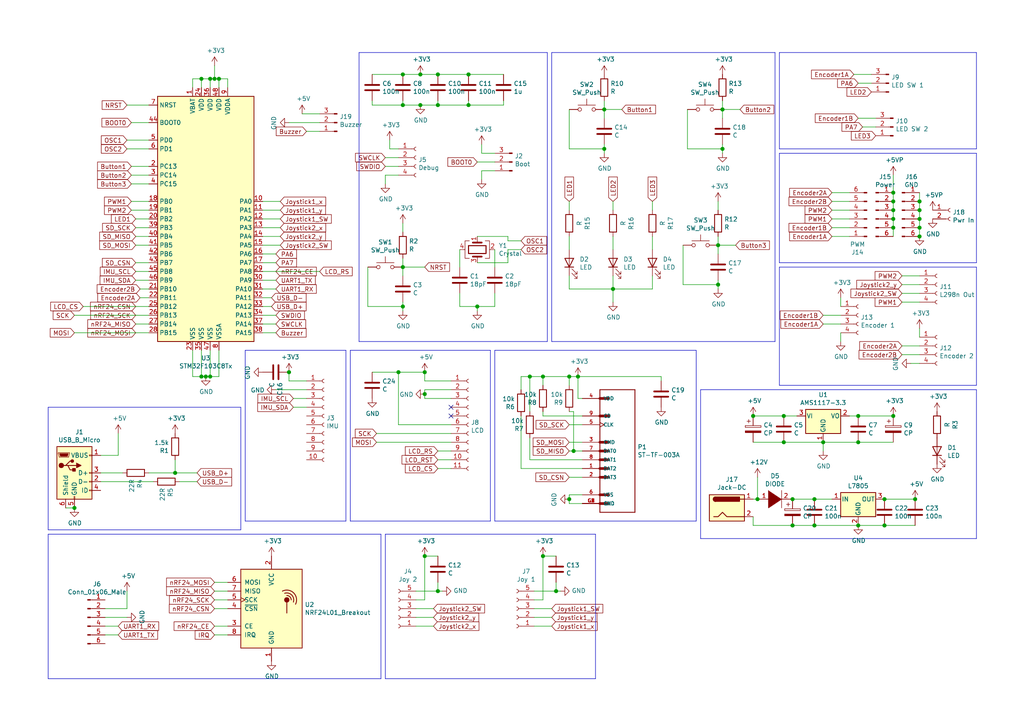
<source format=kicad_sch>
(kicad_sch (version 20200828) (generator eeschema)
  (page 1 1)
  (paper "A4")
  (junction (at 21.59 147.32) (diameter 1.016))
  (junction (at 50.8 137.16) (diameter 1.016))
  (junction (at 58.42 22.86) (diameter 1.016))
  (junction (at 58.42 109.22) (diameter 1.016))
  (junction (at 59.69 109.22) (diameter 1.016))
  (junction (at 60.96 22.86) (diameter 1.016))
  (junction (at 60.96 109.22) (diameter 1.016))
  (junction (at 62.23 22.86) (diameter 1.016))
  (junction (at 63.5 22.86) (diameter 1.016))
  (junction (at 83.82 107.95) (diameter 1.016))
  (junction (at 115.57 107.95) (diameter 1.016))
  (junction (at 116.84 21.59) (diameter 1.016))
  (junction (at 116.84 30.48) (diameter 1.016))
  (junction (at 116.84 77.47) (diameter 1.016))
  (junction (at 116.84 88.9) (diameter 1.016))
  (junction (at 121.92 21.59) (diameter 1.016))
  (junction (at 121.92 30.48) (diameter 1.016))
  (junction (at 123.19 107.95) (diameter 1.016))
  (junction (at 123.19 114.3) (diameter 1.016))
  (junction (at 123.19 161.29) (diameter 1.016))
  (junction (at 127 21.59) (diameter 1.016))
  (junction (at 127 30.48) (diameter 1.016))
  (junction (at 127 171.45) (diameter 1.016))
  (junction (at 135.89 21.59) (diameter 1.016))
  (junction (at 135.89 30.48) (diameter 1.016))
  (junction (at 138.43 88.9) (diameter 1.016))
  (junction (at 153.67 109.22) (diameter 1.016))
  (junction (at 157.48 109.22) (diameter 1.016))
  (junction (at 157.48 161.29) (diameter 1.016))
  (junction (at 161.29 171.45) (diameter 1.016))
  (junction (at 165.1 109.22) (diameter 1.016))
  (junction (at 165.1 144.78) (diameter 1.016))
  (junction (at 166.37 130.81) (diameter 1.016))
  (junction (at 167.64 109.22) (diameter 1.016))
  (junction (at 175.26 31.75) (diameter 1.016))
  (junction (at 175.26 43.18) (diameter 1.016))
  (junction (at 177.8 83.82) (diameter 1.016))
  (junction (at 208.28 71.12) (diameter 1.016))
  (junction (at 208.28 82.55) (diameter 1.016))
  (junction (at 209.55 31.75) (diameter 1.016))
  (junction (at 209.55 43.18) (diameter 1.016))
  (junction (at 218.44 120.65) (diameter 1.016))
  (junction (at 219.71 144.78) (diameter 1.016))
  (junction (at 227.33 120.65) (diameter 1.016))
  (junction (at 227.33 128.27) (diameter 1.016))
  (junction (at 229.87 144.78) (diameter 1.016))
  (junction (at 229.87 152.4) (diameter 1.016))
  (junction (at 236.22 144.78) (diameter 1.016))
  (junction (at 236.22 152.4) (diameter 1.016))
  (junction (at 238.76 128.27) (diameter 1.016))
  (junction (at 248.92 120.65) (diameter 1.016))
  (junction (at 248.92 128.27) (diameter 1.016))
  (junction (at 248.92 152.4) (diameter 1.016))
  (junction (at 256.54 144.78) (diameter 1.016))
  (junction (at 256.54 152.4) (diameter 1.016))
  (junction (at 259.08 55.88) (diameter 1.016))
  (junction (at 259.08 58.42) (diameter 1.016))
  (junction (at 259.08 60.96) (diameter 1.016))
  (junction (at 259.08 63.5) (diameter 1.016))
  (junction (at 259.08 66.04) (diameter 1.016))
  (junction (at 259.08 120.65) (diameter 1.016))
  (junction (at 265.43 144.78) (diameter 1.016))
  (junction (at 266.7 58.42) (diameter 1.016))
  (junction (at 266.7 60.96) (diameter 1.016))
  (junction (at 266.7 63.5) (diameter 1.016))
  (junction (at 266.7 66.04) (diameter 1.016))
  (junction (at 266.7 68.58) (diameter 1.016))
  (no_connect (at 130.81 120.65))
  (no_connect (at 130.81 118.11))
  (wire (pts (xy 19.05 147.32) (xy 21.59 147.32)))
  (wire (pts (xy 21.59 91.44) (xy 43.18 91.44)))
  (wire (pts (xy 21.59 96.52) (xy 43.18 96.52)))
  (wire (pts (xy 29.21 132.08) (xy 34.29 132.08)))
  (wire (pts (xy 29.21 137.16) (xy 35.56 137.16)))
  (wire (pts (xy 29.21 139.7) (xy 44.45 139.7)))
  (wire (pts (xy 30.48 176.53) (xy 36.83 176.53)))
  (wire (pts (xy 30.48 179.07) (xy 36.83 179.07)))
  (wire (pts (xy 30.48 184.15) (xy 34.29 184.15)))
  (wire (pts (xy 34.29 125.73) (xy 34.29 132.08)))
  (wire (pts (xy 34.29 181.61) (xy 30.48 181.61)))
  (wire (pts (xy 36.83 43.18) (xy 43.18 43.18)))
  (wire (pts (xy 36.83 176.53) (xy 36.83 171.45)))
  (wire (pts (xy 38.1 48.26) (xy 43.18 48.26)))
  (wire (pts (xy 38.1 60.96) (xy 43.18 60.96)))
  (wire (pts (xy 39.37 63.5) (xy 43.18 63.5)))
  (wire (pts (xy 39.37 68.58) (xy 43.18 68.58)))
  (wire (pts (xy 39.37 71.12) (xy 43.18 71.12)))
  (wire (pts (xy 39.37 76.2) (xy 43.18 76.2)))
  (wire (pts (xy 39.37 78.74) (xy 43.18 78.74)))
  (wire (pts (xy 39.37 81.28) (xy 43.18 81.28)))
  (wire (pts (xy 39.37 93.98) (xy 43.18 93.98)))
  (wire (pts (xy 40.64 83.82) (xy 43.18 83.82)))
  (wire (pts (xy 43.18 30.48) (xy 36.83 30.48)))
  (wire (pts (xy 43.18 35.56) (xy 38.1 35.56)))
  (wire (pts (xy 43.18 40.64) (xy 36.83 40.64)))
  (wire (pts (xy 43.18 50.8) (xy 38.1 50.8)))
  (wire (pts (xy 43.18 53.34) (xy 38.1 53.34)))
  (wire (pts (xy 43.18 58.42) (xy 38.1 58.42)))
  (wire (pts (xy 43.18 66.04) (xy 39.37 66.04)))
  (wire (pts (xy 43.18 86.36) (xy 40.64 86.36)))
  (wire (pts (xy 43.18 88.9) (xy 24.13 88.9)))
  (wire (pts (xy 43.18 137.16) (xy 50.8 137.16)))
  (wire (pts (xy 50.8 137.16) (xy 50.8 133.35)))
  (wire (pts (xy 50.8 137.16) (xy 57.15 137.16)))
  (wire (pts (xy 52.07 139.7) (xy 57.15 139.7)))
  (wire (pts (xy 55.88 22.86) (xy 58.42 22.86)))
  (wire (pts (xy 55.88 25.4) (xy 55.88 22.86)))
  (wire (pts (xy 55.88 101.6) (xy 55.88 109.22)))
  (wire (pts (xy 55.88 109.22) (xy 58.42 109.22)))
  (wire (pts (xy 58.42 22.86) (xy 60.96 22.86)))
  (wire (pts (xy 58.42 25.4) (xy 58.42 22.86)))
  (wire (pts (xy 58.42 101.6) (xy 58.42 109.22)))
  (wire (pts (xy 58.42 109.22) (xy 59.69 109.22)))
  (wire (pts (xy 59.69 109.22) (xy 60.96 109.22)))
  (wire (pts (xy 60.96 22.86) (xy 62.23 22.86)))
  (wire (pts (xy 60.96 25.4) (xy 60.96 22.86)))
  (wire (pts (xy 60.96 101.6) (xy 60.96 109.22)))
  (wire (pts (xy 60.96 109.22) (xy 63.5 109.22)))
  (wire (pts (xy 62.23 19.05) (xy 62.23 22.86)))
  (wire (pts (xy 62.23 22.86) (xy 63.5 22.86)))
  (wire (pts (xy 62.23 168.91) (xy 66.04 168.91)))
  (wire (pts (xy 62.23 171.45) (xy 66.04 171.45)))
  (wire (pts (xy 62.23 176.53) (xy 66.04 176.53)))
  (wire (pts (xy 62.23 181.61) (xy 66.04 181.61)))
  (wire (pts (xy 62.23 184.15) (xy 66.04 184.15)))
  (wire (pts (xy 63.5 22.86) (xy 66.04 22.86)))
  (wire (pts (xy 63.5 25.4) (xy 63.5 22.86)))
  (wire (pts (xy 63.5 109.22) (xy 63.5 101.6)))
  (wire (pts (xy 66.04 22.86) (xy 66.04 25.4)))
  (wire (pts (xy 66.04 173.99) (xy 62.23 173.99)))
  (wire (pts (xy 76.2 58.42) (xy 81.28 58.42)))
  (wire (pts (xy 76.2 60.96) (xy 81.28 60.96)))
  (wire (pts (xy 76.2 68.58) (xy 81.28 68.58)))
  (wire (pts (xy 76.2 73.66) (xy 80.01 73.66)))
  (wire (pts (xy 76.2 78.74) (xy 92.71 78.74)))
  (wire (pts (xy 76.2 83.82) (xy 80.01 83.82)))
  (wire (pts (xy 76.2 86.36) (xy 78.74 86.36)))
  (wire (pts (xy 76.2 88.9) (xy 78.74 88.9)))
  (wire (pts (xy 76.2 91.44) (xy 80.01 91.44)))
  (wire (pts (xy 76.2 96.52) (xy 80.01 96.52)))
  (wire (pts (xy 80.01 76.2) (xy 76.2 76.2)))
  (wire (pts (xy 80.01 81.28) (xy 76.2 81.28)))
  (wire (pts (xy 80.01 93.98) (xy 76.2 93.98)))
  (wire (pts (xy 81.28 63.5) (xy 76.2 63.5)))
  (wire (pts (xy 81.28 66.04) (xy 76.2 66.04)))
  (wire (pts (xy 81.28 71.12) (xy 76.2 71.12)))
  (wire (pts (xy 83.82 35.56) (xy 92.71 35.56)))
  (wire (pts (xy 83.82 107.95) (xy 83.82 110.49)))
  (wire (pts (xy 83.82 110.49) (xy 88.9 110.49)))
  (wire (pts (xy 85.09 115.57) (xy 88.9 115.57)))
  (wire (pts (xy 85.09 118.11) (xy 88.9 118.11)))
  (wire (pts (xy 88.9 113.03) (xy 80.01 113.03)))
  (wire (pts (xy 92.71 33.02) (xy 87.63 33.02)))
  (wire (pts (xy 92.71 38.1) (xy 88.9 38.1)))
  (wire (pts (xy 106.68 77.47) (xy 106.68 88.9)))
  (wire (pts (xy 106.68 88.9) (xy 116.84 88.9)))
  (wire (pts (xy 107.95 21.59) (xy 116.84 21.59)))
  (wire (pts (xy 107.95 29.21) (xy 107.95 30.48)))
  (wire (pts (xy 107.95 30.48) (xy 116.84 30.48)))
  (wire (pts (xy 107.95 107.95) (xy 115.57 107.95)))
  (wire (pts (xy 109.22 125.73) (xy 130.81 125.73)))
  (wire (pts (xy 109.22 128.27) (xy 130.81 128.27)))
  (wire (pts (xy 111.76 45.72) (xy 115.57 45.72)))
  (wire (pts (xy 111.76 50.8) (xy 111.76 53.34)))
  (wire (pts (xy 113.03 40.64) (xy 113.03 43.18)))
  (wire (pts (xy 113.03 43.18) (xy 115.57 43.18)))
  (wire (pts (xy 115.57 48.26) (xy 111.76 48.26)))
  (wire (pts (xy 115.57 50.8) (xy 111.76 50.8)))
  (wire (pts (xy 115.57 107.95) (xy 123.19 107.95)))
  (wire (pts (xy 115.57 123.19) (xy 115.57 107.95)))
  (wire (pts (xy 116.84 21.59) (xy 121.92 21.59)))
  (wire (pts (xy 116.84 29.21) (xy 116.84 30.48)))
  (wire (pts (xy 116.84 30.48) (xy 121.92 30.48)))
  (wire (pts (xy 116.84 64.77) (xy 116.84 67.31)))
  (wire (pts (xy 116.84 77.47) (xy 116.84 74.93)))
  (wire (pts (xy 116.84 77.47) (xy 123.19 77.47)))
  (wire (pts (xy 116.84 80.01) (xy 116.84 77.47)))
  (wire (pts (xy 116.84 87.63) (xy 116.84 88.9)))
  (wire (pts (xy 116.84 88.9) (xy 116.84 90.17)))
  (wire (pts (xy 120.65 173.99) (xy 123.19 173.99)))
  (wire (pts (xy 120.65 179.07) (xy 125.73 179.07)))
  (wire (pts (xy 121.92 21.59) (xy 127 21.59)))
  (wire (pts (xy 121.92 30.48) (xy 127 30.48)))
  (wire (pts (xy 123.19 107.95) (xy 123.19 110.49)))
  (wire (pts (xy 123.19 110.49) (xy 130.81 110.49)))
  (wire (pts (xy 123.19 113.03) (xy 130.81 113.03)))
  (wire (pts (xy 123.19 114.3) (xy 123.19 113.03)))
  (wire (pts (xy 123.19 115.57) (xy 123.19 114.3)))
  (wire (pts (xy 123.19 161.29) (xy 127 161.29)))
  (wire (pts (xy 123.19 173.99) (xy 123.19 161.29)))
  (wire (pts (xy 125.73 176.53) (xy 120.65 176.53)))
  (wire (pts (xy 125.73 181.61) (xy 120.65 181.61)))
  (wire (pts (xy 127 21.59) (xy 135.89 21.59)))
  (wire (pts (xy 127 29.21) (xy 127 30.48)))
  (wire (pts (xy 127 30.48) (xy 135.89 30.48)))
  (wire (pts (xy 127 130.81) (xy 130.81 130.81)))
  (wire (pts (xy 127 135.89) (xy 130.81 135.89)))
  (wire (pts (xy 127 168.91) (xy 127 171.45)))
  (wire (pts (xy 127 171.45) (xy 120.65 171.45)))
  (wire (pts (xy 128.27 171.45) (xy 127 171.45)))
  (wire (pts (xy 130.81 115.57) (xy 123.19 115.57)))
  (wire (pts (xy 130.81 123.19) (xy 115.57 123.19)))
  (wire (pts (xy 130.81 133.35) (xy 127 133.35)))
  (wire (pts (xy 133.35 72.39) (xy 133.35 77.47)))
  (wire (pts (xy 133.35 85.09) (xy 133.35 88.9)))
  (wire (pts (xy 133.35 88.9) (xy 138.43 88.9)))
  (wire (pts (xy 135.89 21.59) (xy 146.05 21.59)))
  (wire (pts (xy 135.89 29.21) (xy 135.89 30.48)))
  (wire (pts (xy 138.43 68.58) (xy 147.32 68.58)))
  (wire (pts (xy 138.43 76.2) (xy 147.32 76.2)))
  (wire (pts (xy 138.43 88.9) (xy 143.51 88.9)))
  (wire (pts (xy 138.43 90.17) (xy 138.43 88.9)))
  (wire (pts (xy 139.7 44.45) (xy 139.7 41.91)))
  (wire (pts (xy 139.7 49.53) (xy 143.51 49.53)))
  (wire (pts (xy 139.7 52.07) (xy 139.7 49.53)))
  (wire (pts (xy 143.51 44.45) (xy 139.7 44.45)))
  (wire (pts (xy 143.51 46.99) (xy 138.43 46.99)))
  (wire (pts (xy 143.51 77.47) (xy 143.51 72.39)))
  (wire (pts (xy 143.51 88.9) (xy 143.51 85.09)))
  (wire (pts (xy 146.05 29.21) (xy 146.05 30.48)))
  (wire (pts (xy 146.05 30.48) (xy 135.89 30.48)))
  (wire (pts (xy 147.32 68.58) (xy 147.32 69.85)))
  (wire (pts (xy 147.32 69.85) (xy 151.13 69.85)))
  (wire (pts (xy 147.32 72.39) (xy 151.13 72.39)))
  (wire (pts (xy 147.32 76.2) (xy 147.32 72.39)))
  (wire (pts (xy 151.13 109.22) (xy 153.67 109.22)))
  (wire (pts (xy 151.13 113.03) (xy 151.13 109.22)))
  (wire (pts (xy 151.13 120.65) (xy 151.13 135.89)))
  (wire (pts (xy 153.67 109.22) (xy 157.48 109.22)))
  (wire (pts (xy 153.67 119.38) (xy 153.67 109.22)))
  (wire (pts (xy 153.67 133.35) (xy 153.67 127)))
  (wire (pts (xy 153.67 133.35) (xy 168.91 133.35)))
  (wire (pts (xy 154.94 173.99) (xy 157.48 173.99)))
  (wire (pts (xy 154.94 179.07) (xy 160.02 179.07)))
  (wire (pts (xy 154.94 181.61) (xy 160.02 181.61)))
  (wire (pts (xy 157.48 109.22) (xy 165.1 109.22)))
  (wire (pts (xy 157.48 111.76) (xy 157.48 109.22)))
  (wire (pts (xy 157.48 120.65) (xy 157.48 119.38)))
  (wire (pts (xy 157.48 161.29) (xy 161.29 161.29)))
  (wire (pts (xy 157.48 173.99) (xy 157.48 161.29)))
  (wire (pts (xy 160.02 176.53) (xy 154.94 176.53)))
  (wire (pts (xy 161.29 168.91) (xy 161.29 171.45)))
  (wire (pts (xy 161.29 171.45) (xy 154.94 171.45)))
  (wire (pts (xy 162.56 171.45) (xy 161.29 171.45)))
  (wire (pts (xy 165.1 31.75) (xy 165.1 43.18)))
  (wire (pts (xy 165.1 43.18) (xy 175.26 43.18)))
  (wire (pts (xy 165.1 60.96) (xy 165.1 58.42)))
  (wire (pts (xy 165.1 72.39) (xy 165.1 68.58)))
  (wire (pts (xy 165.1 80.01) (xy 165.1 83.82)))
  (wire (pts (xy 165.1 83.82) (xy 177.8 83.82)))
  (wire (pts (xy 165.1 109.22) (xy 167.64 109.22)))
  (wire (pts (xy 165.1 111.76) (xy 165.1 109.22)))
  (wire (pts (xy 165.1 128.27) (xy 168.91 128.27)))
  (wire (pts (xy 165.1 130.81) (xy 166.37 130.81)))
  (wire (pts (xy 165.1 138.43) (xy 168.91 138.43)))
  (wire (pts (xy 165.1 143.51) (xy 165.1 144.78)))
  (wire (pts (xy 165.1 144.78) (xy 165.1 146.05)))
  (wire (pts (xy 165.1 146.05) (xy 168.91 146.05)))
  (wire (pts (xy 166.37 119.38) (xy 165.1 119.38)))
  (wire (pts (xy 166.37 130.81) (xy 166.37 119.38)))
  (wire (pts (xy 166.37 130.81) (xy 168.91 130.81)))
  (wire (pts (xy 167.64 109.22) (xy 167.64 115.57)))
  (wire (pts (xy 167.64 109.22) (xy 191.77 109.22)))
  (wire (pts (xy 168.91 115.57) (xy 167.64 115.57)))
  (wire (pts (xy 168.91 120.65) (xy 157.48 120.65)))
  (wire (pts (xy 168.91 123.19) (xy 165.1 123.19)))
  (wire (pts (xy 168.91 135.89) (xy 151.13 135.89)))
  (wire (pts (xy 168.91 143.51) (xy 165.1 143.51)))
  (wire (pts (xy 175.26 31.75) (xy 175.26 29.21)))
  (wire (pts (xy 175.26 34.29) (xy 175.26 31.75)))
  (wire (pts (xy 175.26 41.91) (xy 175.26 43.18)))
  (wire (pts (xy 175.26 43.18) (xy 175.26 44.45)))
  (wire (pts (xy 177.8 60.96) (xy 177.8 58.42)))
  (wire (pts (xy 177.8 72.39) (xy 177.8 68.58)))
  (wire (pts (xy 177.8 80.01) (xy 177.8 83.82)))
  (wire (pts (xy 177.8 83.82) (xy 177.8 87.63)))
  (wire (pts (xy 177.8 83.82) (xy 189.23 83.82)))
  (wire (pts (xy 180.34 31.75) (xy 175.26 31.75)))
  (wire (pts (xy 189.23 60.96) (xy 189.23 58.42)))
  (wire (pts (xy 189.23 72.39) (xy 189.23 68.58)))
  (wire (pts (xy 189.23 83.82) (xy 189.23 80.01)))
  (wire (pts (xy 191.77 109.22) (xy 191.77 110.49)))
  (wire (pts (xy 198.12 71.12) (xy 198.12 82.55)))
  (wire (pts (xy 198.12 82.55) (xy 208.28 82.55)))
  (wire (pts (xy 199.39 31.75) (xy 199.39 43.18)))
  (wire (pts (xy 199.39 43.18) (xy 209.55 43.18)))
  (wire (pts (xy 208.28 58.42) (xy 208.28 60.96)))
  (wire (pts (xy 208.28 71.12) (xy 208.28 68.58)))
  (wire (pts (xy 208.28 71.12) (xy 213.36 71.12)))
  (wire (pts (xy 208.28 73.66) (xy 208.28 71.12)))
  (wire (pts (xy 208.28 81.28) (xy 208.28 82.55)))
  (wire (pts (xy 208.28 82.55) (xy 208.28 83.82)))
  (wire (pts (xy 209.55 31.75) (xy 209.55 29.21)))
  (wire (pts (xy 209.55 31.75) (xy 214.63 31.75)))
  (wire (pts (xy 209.55 34.29) (xy 209.55 31.75)))
  (wire (pts (xy 209.55 41.91) (xy 209.55 43.18)))
  (wire (pts (xy 209.55 43.18) (xy 209.55 44.45)))
  (wire (pts (xy 218.44 120.65) (xy 227.33 120.65)))
  (wire (pts (xy 218.44 144.78) (xy 219.71 144.78)))
  (wire (pts (xy 218.44 149.86) (xy 218.44 152.4)))
  (wire (pts (xy 218.44 152.4) (xy 229.87 152.4)))
  (wire (pts (xy 219.71 144.78) (xy 219.71 138.43)))
  (wire (pts (xy 227.33 128.27) (xy 218.44 128.27)))
  (wire (pts (xy 227.33 128.27) (xy 238.76 128.27)))
  (wire (pts (xy 229.87 144.78) (xy 236.22 144.78)))
  (wire (pts (xy 229.87 152.4) (xy 236.22 152.4)))
  (wire (pts (xy 231.14 120.65) (xy 227.33 120.65)))
  (wire (pts (xy 236.22 144.78) (xy 241.3 144.78)))
  (wire (pts (xy 236.22 152.4) (xy 248.92 152.4)))
  (wire (pts (xy 238.76 128.27) (xy 238.76 130.81)))
  (wire (pts (xy 238.76 128.27) (xy 248.92 128.27)))
  (wire (pts (xy 241.3 60.96) (xy 246.38 60.96)))
  (wire (pts (xy 243.84 88.9) (xy 243.84 86.36)))
  (wire (pts (xy 243.84 91.44) (xy 238.76 91.44)))
  (wire (pts (xy 243.84 93.98) (xy 238.76 93.98)))
  (wire (pts (xy 243.84 96.52) (xy 243.84 99.06)))
  (wire (pts (xy 246.38 55.88) (xy 241.3 55.88)))
  (wire (pts (xy 246.38 58.42) (xy 241.3 58.42)))
  (wire (pts (xy 246.38 63.5) (xy 241.3 63.5)))
  (wire (pts (xy 246.38 66.04) (xy 241.3 66.04)))
  (wire (pts (xy 246.38 68.58) (xy 241.3 68.58)))
  (wire (pts (xy 248.92 24.13) (xy 252.73 24.13)))
  (wire (pts (xy 248.92 120.65) (xy 246.38 120.65)))
  (wire (pts (xy 248.92 120.65) (xy 259.08 120.65)))
  (wire (pts (xy 248.92 152.4) (xy 256.54 152.4)))
  (wire (pts (xy 252.73 21.59) (xy 247.65 21.59)))
  (wire (pts (xy 254 34.29) (xy 248.92 34.29)))
  (wire (pts (xy 254 36.83) (xy 250.19 36.83)))
  (wire (pts (xy 256.54 144.78) (xy 265.43 144.78)))
  (wire (pts (xy 256.54 152.4) (xy 265.43 152.4)))
  (wire (pts (xy 259.08 55.88) (xy 259.08 50.8)))
  (wire (pts (xy 259.08 58.42) (xy 259.08 55.88)))
  (wire (pts (xy 259.08 60.96) (xy 259.08 58.42)))
  (wire (pts (xy 259.08 63.5) (xy 259.08 60.96)))
  (wire (pts (xy 259.08 66.04) (xy 259.08 63.5)))
  (wire (pts (xy 259.08 68.58) (xy 259.08 66.04)))
  (wire (pts (xy 259.08 128.27) (xy 248.92 128.27)))
  (wire (pts (xy 261.62 80.01) (xy 266.7 80.01)))
  (wire (pts (xy 261.62 85.09) (xy 266.7 85.09)))
  (wire (pts (xy 264.16 105.41) (xy 266.7 105.41)))
  (wire (pts (xy 266.7 55.88) (xy 266.7 58.42)))
  (wire (pts (xy 266.7 58.42) (xy 266.7 60.96)))
  (wire (pts (xy 266.7 60.96) (xy 266.7 63.5)))
  (wire (pts (xy 266.7 63.5) (xy 266.7 66.04)))
  (wire (pts (xy 266.7 66.04) (xy 266.7 68.58)))
  (wire (pts (xy 266.7 82.55) (xy 261.62 82.55)))
  (wire (pts (xy 266.7 87.63) (xy 261.62 87.63)))
  (wire (pts (xy 266.7 97.79) (xy 266.7 95.25)))
  (wire (pts (xy 266.7 100.33) (xy 261.62 100.33)))
  (wire (pts (xy 266.7 102.87) (xy 261.62 102.87)))
  (polyline (pts (xy 13.97 118.11) (xy 69.85 118.11)) (stroke (width 0) (type solid)))
  (polyline (pts (xy 13.97 153.67) (xy 13.97 118.11)) (stroke (width 0) (type solid)))
  (polyline (pts (xy 13.97 154.94) (xy 13.97 196.85)) (stroke (width 0) (type solid)))
  (polyline (pts (xy 13.97 196.85) (xy 110.49 196.85)) (stroke (width 0) (type solid)))
  (polyline (pts (xy 69.85 118.11) (xy 69.85 153.67)) (stroke (width 0) (type solid)))
  (polyline (pts (xy 69.85 153.67) (xy 13.97 153.67)) (stroke (width 0) (type solid)))
  (polyline (pts (xy 71.12 101.6) (xy 100.33 101.6)) (stroke (width 0) (type solid)))
  (polyline (pts (xy 71.12 151.13) (xy 71.12 101.6)) (stroke (width 0) (type solid)))
  (polyline (pts (xy 100.33 101.6) (xy 100.33 151.13)) (stroke (width 0) (type solid)))
  (polyline (pts (xy 100.33 151.13) (xy 71.12 151.13)) (stroke (width 0) (type solid)))
  (polyline (pts (xy 101.6 101.6) (xy 142.24 101.6)) (stroke (width 0) (type solid)))
  (polyline (pts (xy 101.6 151.13) (xy 101.6 101.6)) (stroke (width 0) (type solid)))
  (polyline (pts (xy 104.14 99.06) (xy 104.14 15.24)) (stroke (width 0) (type solid)))
  (polyline (pts (xy 104.14 99.06) (xy 158.75 99.06)) (stroke (width 0) (type solid)))
  (polyline (pts (xy 110.49 154.94) (xy 13.97 154.94)) (stroke (width 0) (type solid)))
  (polyline (pts (xy 110.49 196.85) (xy 110.49 154.94)) (stroke (width 0) (type solid)))
  (polyline (pts (xy 111.76 154.94) (xy 111.76 196.85)) (stroke (width 0) (type solid)))
  (polyline (pts (xy 111.76 196.85) (xy 172.72 196.85)) (stroke (width 0) (type solid)))
  (polyline (pts (xy 142.24 101.6) (xy 142.24 151.13)) (stroke (width 0) (type solid)))
  (polyline (pts (xy 142.24 151.13) (xy 101.6 151.13)) (stroke (width 0) (type solid)))
  (polyline (pts (xy 143.51 101.6) (xy 201.93 101.6)) (stroke (width 0) (type solid)))
  (polyline (pts (xy 143.51 151.13) (xy 143.51 101.6)) (stroke (width 0) (type solid)))
  (polyline (pts (xy 158.75 15.24) (xy 104.14 15.24)) (stroke (width 0) (type solid)))
  (polyline (pts (xy 158.75 99.06) (xy 158.75 15.24)) (stroke (width 0) (type solid)))
  (polyline (pts (xy 160.02 15.24) (xy 160.02 99.06)) (stroke (width 0) (type solid)))
  (polyline (pts (xy 160.02 15.24) (xy 224.79 15.24)) (stroke (width 0) (type solid)))
  (polyline (pts (xy 160.02 99.06) (xy 224.79 99.06)) (stroke (width 0) (type solid)))
  (polyline (pts (xy 172.72 154.94) (xy 111.76 154.94)) (stroke (width 0) (type solid)))
  (polyline (pts (xy 172.72 196.85) (xy 172.72 154.94)) (stroke (width 0) (type solid)))
  (polyline (pts (xy 201.93 101.6) (xy 201.93 151.13)) (stroke (width 0) (type solid)))
  (polyline (pts (xy 201.93 151.13) (xy 143.51 151.13)) (stroke (width 0) (type solid)))
  (polyline (pts (xy 203.2 113.03) (xy 203.2 156.21)) (stroke (width 0) (type solid)))
  (polyline (pts (xy 203.2 156.21) (xy 283.21 156.21)) (stroke (width 0) (type solid)))
  (polyline (pts (xy 224.79 15.24) (xy 224.79 99.06)) (stroke (width 0) (type solid)))
  (polyline (pts (xy 226.06 15.24) (xy 226.06 43.18)) (stroke (width 0) (type solid)))
  (polyline (pts (xy 226.06 43.18) (xy 283.21 43.18)) (stroke (width 0) (type solid)))
  (polyline (pts (xy 226.06 44.45) (xy 226.06 76.2)) (stroke (width 0) (type solid)))
  (polyline (pts (xy 226.06 44.45) (xy 283.21 44.45)) (stroke (width 0) (type solid)))
  (polyline (pts (xy 226.06 77.47) (xy 283.21 77.47)) (stroke (width 0) (type solid)))
  (polyline (pts (xy 226.06 111.76) (xy 226.06 77.47)) (stroke (width 0) (type solid)))
  (polyline (pts (xy 283.21 15.24) (xy 226.06 15.24)) (stroke (width 0) (type solid)))
  (polyline (pts (xy 283.21 43.18) (xy 283.21 15.24)) (stroke (width 0) (type solid)))
  (polyline (pts (xy 283.21 44.45) (xy 283.21 76.2)) (stroke (width 0) (type solid)))
  (polyline (pts (xy 283.21 76.2) (xy 226.06 76.2)) (stroke (width 0) (type solid)))
  (polyline (pts (xy 283.21 77.47) (xy 283.21 111.76)) (stroke (width 0) (type solid)))
  (polyline (pts (xy 283.21 111.76) (xy 226.06 111.76)) (stroke (width 0) (type solid)))
  (polyline (pts (xy 283.21 113.03) (xy 203.2 113.03)) (stroke (width 0) (type solid)))
  (polyline (pts (xy 283.21 156.21) (xy 283.21 113.03)) (stroke (width 0) (type solid)))
  (global_label "SCK" (shape input) (at 21.59 91.44 180))
  (global_label "MOSI" (shape input) (at 21.59 96.52 180))
  (global_label "LCD_CS" (shape input) (at 24.13 88.9 180))
  (global_label "UART1_RX" (shape input) (at 34.29 181.61 0))
  (global_label "UART1_TX" (shape input) (at 34.29 184.15 0))
  (global_label "NRST" (shape input) (at 36.83 30.48 180))
  (global_label "OSC1" (shape input) (at 36.83 40.64 180))
  (global_label "OSC2" (shape input) (at 36.83 43.18 180))
  (global_label "BOOT0" (shape input) (at 38.1 35.56 180))
  (global_label "Button1" (shape input) (at 38.1 48.26 180))
  (global_label "Button2" (shape input) (at 38.1 50.8 180))
  (global_label "Button3" (shape input) (at 38.1 53.34 180))
  (global_label "PWM1" (shape input) (at 38.1 58.42 180))
  (global_label "PWM2" (shape input) (at 38.1 60.96 180))
  (global_label "LED1" (shape input) (at 39.37 63.5 180))
  (global_label "SD_SCK" (shape input) (at 39.37 66.04 180))
  (global_label "SD_MISO" (shape input) (at 39.37 68.58 180))
  (global_label "SD_MOSI" (shape input) (at 39.37 71.12 180))
  (global_label "SD_CSN" (shape input) (at 39.37 76.2 180))
  (global_label "IMU_SCL" (shape input) (at 39.37 78.74 180))
  (global_label "IMU_SDA" (shape input) (at 39.37 81.28 180))
  (global_label "nRF24_CSN" (shape input) (at 39.37 88.9 180))
  (global_label "nRF24_SCK" (shape input) (at 39.37 91.44 180))
  (global_label "nRF24_MISO" (shape input) (at 39.37 93.98 180))
  (global_label "nRF24_MOSI" (shape input) (at 39.37 96.52 180))
  (global_label "Encoder2B" (shape input) (at 40.64 83.82 180))
  (global_label "Encoder2A" (shape input) (at 40.64 86.36 180))
  (global_label "USB_D+" (shape input) (at 57.15 137.16 0))
  (global_label "USB_D-" (shape input) (at 57.15 139.7 0))
  (global_label "nRF24_MOSI" (shape input) (at 62.23 168.91 180))
  (global_label "nRF24_MISO" (shape input) (at 62.23 171.45 180))
  (global_label "nRF24_SCK" (shape input) (at 62.23 173.99 180))
  (global_label "nRF24_CSN" (shape input) (at 62.23 176.53 180))
  (global_label "nRF24_CE" (shape input) (at 62.23 181.61 180))
  (global_label "IRQ" (shape input) (at 62.23 184.15 180))
  (global_label "USB_D-" (shape input) (at 78.74 86.36 0))
  (global_label "USB_D+" (shape input) (at 78.74 88.9 0))
  (global_label "PA6" (shape input) (at 80.01 73.66 0))
  (global_label "PA7" (shape input) (at 80.01 76.2 0))
  (global_label "nRF24_CE" (shape input) (at 80.01 78.74 0))
  (global_label "UART1_TX" (shape input) (at 80.01 81.28 0))
  (global_label "UART1_RX" (shape input) (at 80.01 83.82 0))
  (global_label "SWDIO" (shape input) (at 80.01 91.44 0))
  (global_label "SWCLK" (shape input) (at 80.01 93.98 0))
  (global_label "Buzzer" (shape input) (at 80.01 96.52 0))
  (global_label "Joystick1_x" (shape input) (at 81.28 58.42 0))
  (global_label "Joystick1_y" (shape input) (at 81.28 60.96 0))
  (global_label "Joystick1_SW" (shape input) (at 81.28 63.5 0))
  (global_label "Joystick2_x" (shape input) (at 81.28 66.04 0))
  (global_label "Joystick2_y" (shape input) (at 81.28 68.58 0))
  (global_label "Joystick2_SW" (shape input) (at 81.28 71.12 0))
  (global_label "IMU_SCL" (shape input) (at 85.09 115.57 180))
  (global_label "IMU_SDA" (shape input) (at 85.09 118.11 180))
  (global_label "Buzzer" (shape input) (at 88.9 38.1 180))
  (global_label "LCD_RS" (shape input) (at 92.71 78.74 0))
  (global_label "SCK" (shape input) (at 109.22 125.73 180))
  (global_label "MOSI" (shape input) (at 109.22 128.27 180))
  (global_label "SWCLK" (shape input) (at 111.76 45.72 180))
  (global_label "SWDIO" (shape input) (at 111.76 48.26 180))
  (global_label "NRST" (shape input) (at 123.19 77.47 0))
  (global_label "Joystick2_SW" (shape input) (at 125.73 176.53 0))
  (global_label "Joystick2_y" (shape input) (at 125.73 179.07 0))
  (global_label "Joystick2_x" (shape input) (at 125.73 181.61 0))
  (global_label "LCD_RS" (shape input) (at 127 130.81 180))
  (global_label "LCD_RST" (shape input) (at 127 133.35 180))
  (global_label "LCD_CS" (shape input) (at 127 135.89 180))
  (global_label "BOOT0" (shape input) (at 138.43 46.99 180))
  (global_label "OSC1" (shape input) (at 151.13 69.85 0))
  (global_label "OSC2" (shape input) (at 151.13 72.39 0))
  (global_label "Joystick1_SW" (shape input) (at 160.02 176.53 0))
  (global_label "Joystick1_y" (shape input) (at 160.02 179.07 0))
  (global_label "Joystick1_x" (shape input) (at 160.02 181.61 0))
  (global_label "LED1" (shape input) (at 165.1 58.42 90))
  (global_label "SD_SCK" (shape input) (at 165.1 123.19 180))
  (global_label "SD_MOSI" (shape input) (at 165.1 128.27 180))
  (global_label "SD_MISO" (shape input) (at 165.1 130.81 180))
  (global_label "SD_CSN" (shape input) (at 165.1 138.43 180))
  (global_label "LED2" (shape input) (at 177.8 58.42 90))
  (global_label "Button1" (shape input) (at 180.34 31.75 0))
  (global_label "LED3" (shape input) (at 189.23 58.42 90))
  (global_label "Button3" (shape input) (at 213.36 71.12 0))
  (global_label "Button2" (shape input) (at 214.63 31.75 0))
  (global_label "Encoder1B" (shape input) (at 238.76 91.44 180))
  (global_label "Encoder1A" (shape input) (at 238.76 93.98 180))
  (global_label "Encoder2A" (shape input) (at 241.3 55.88 180))
  (global_label "Encoder2B" (shape input) (at 241.3 58.42 180))
  (global_label "PWM2" (shape input) (at 241.3 60.96 180))
  (global_label "PWM1" (shape input) (at 241.3 63.5 180))
  (global_label "Encoder1B" (shape input) (at 241.3 66.04 180))
  (global_label "Encoder1A" (shape input) (at 241.3 68.58 180))
  (global_label "Encoder1A" (shape input) (at 247.65 21.59 180))
  (global_label "PA6" (shape input) (at 248.92 24.13 180))
  (global_label "Encoder1B" (shape input) (at 248.92 34.29 180))
  (global_label "PA7" (shape input) (at 250.19 36.83 180))
  (global_label "LED2" (shape input) (at 252.73 26.67 180))
  (global_label "LED3" (shape input) (at 254 39.37 180))
  (global_label "PWM2" (shape input) (at 261.62 80.01 180))
  (global_label "Joystick2_y" (shape input) (at 261.62 82.55 180))
  (global_label "Joystick2_SW" (shape input) (at 261.62 85.09 180))
  (global_label "PWM1" (shape input) (at 261.62 87.63 180))
  (global_label "Encoder2A" (shape input) (at 261.62 100.33 180))
  (global_label "Encoder2B" (shape input) (at 261.62 102.87 180))
  (symbol (lib_id "power:+5V") (at 34.29 125.73 0) (unit 1)
    (property "Reference" "#PWR0111" (effects hide))
    (property "Value" "+5V" (at 34.671 121.3358 0))
  )
  (symbol (lib_id "power:+5V") (at 36.83 171.45 0) (unit 1)
    (property "Reference" "#PWR0139" (effects hide))
    (property "Value" "+5V" (at 37.211 167.0558 0))
  )
  (symbol (lib_id "power:+3.3V") (at 50.8 125.73 0) (unit 1)
    (property "Reference" "#PWR0124" (effects hide))
    (property "Value" "+3.3V" (at 51.181 121.3358 0))
  )
  (symbol (lib_id "power:+3.3V") (at 62.23 19.05 0) (unit 1)
    (property "Reference" "#PWR0109" (effects hide))
    (property "Value" "+3.3V" (at 62.611 14.6558 0))
  )
  (symbol (lib_id "power:+3.3V") (at 78.74 161.29 0) (unit 1)
    (property "Reference" "#PWR0101" (effects hide))
    (property "Value" "+3.3V" (at 79.121 156.8958 0))
  )
  (symbol (lib_id "power:+3.3V") (at 83.82 107.95 0) (unit 1)
    (property "Reference" "#PWR0128" (effects hide))
    (property "Value" "+3.3V" (at 84.201 103.5558 0))
  )
  (symbol (lib_id "power:+5V") (at 87.63 33.02 0) (unit 1)
    (property "Reference" "#PWR0127" (effects hide))
    (property "Value" "+5V" (at 88.011 28.6258 0))
  )
  (symbol (lib_id "power:+3.3V") (at 113.03 40.64 0) (unit 1)
    (property "Reference" "#PWR0137" (effects hide))
    (property "Value" "+3.3V" (at 113.411 36.2458 0))
  )
  (symbol (lib_id "power:+3.3V") (at 116.84 64.77 0) (unit 1)
    (property "Reference" "#PWR0133" (effects hide))
    (property "Value" "+3.3V" (at 117.221 60.3758 0))
  )
  (symbol (lib_id "power:+3.3V") (at 121.92 21.59 0) (unit 1)
    (property "Reference" "#PWR0131" (effects hide))
    (property "Value" "+3.3V" (at 122.301 17.1958 0))
  )
  (symbol (lib_id "power:+5V") (at 123.19 107.95 0) (unit 1)
    (property "Reference" "#PWR0108" (effects hide))
    (property "Value" "+5V" (at 123.571 103.5558 0))
  )
  (symbol (lib_id "power:+3.3V") (at 123.19 161.29 0) (unit 1)
    (property "Reference" "#PWR0105" (effects hide))
    (property "Value" "+3.3V" (at 123.571 156.8958 0))
  )
  (symbol (lib_id "power:+3.3V") (at 139.7 41.91 0) (unit 1)
    (property "Reference" "#PWR0136" (effects hide))
    (property "Value" "+3.3V" (at 140.081 37.5158 0))
  )
  (symbol (lib_id "power:+3.3V") (at 157.48 161.29 0) (unit 1)
    (property "Reference" "#PWR0107" (effects hide))
    (property "Value" "+3.3V" (at 157.861 156.8958 0))
  )
  (symbol (lib_id "power:+3.3V") (at 167.64 109.22 0) (unit 1)
    (property "Reference" "#PWR0141" (effects hide))
    (property "Value" "+3.3V" (at 168.021 104.8258 0))
  )
  (symbol (lib_id "power:+3.3V") (at 175.26 21.59 0) (unit 1)
    (property "Reference" "#PWR0120" (effects hide))
    (property "Value" "+3.3V" (at 175.641 17.1958 0))
  )
  (symbol (lib_id "power:+3.3V") (at 208.28 58.42 0) (unit 1)
    (property "Reference" "#PWR0125" (effects hide))
    (property "Value" "+3.3V" (at 208.661 54.0258 0))
  )
  (symbol (lib_id "power:+3.3V") (at 209.55 21.59 0) (unit 1)
    (property "Reference" "#PWR0122" (effects hide))
    (property "Value" "+3.3V" (at 209.931 17.1958 0))
  )
  (symbol (lib_id "power:+5V") (at 218.44 120.65 0) (unit 1)
    (property "Reference" "#PWR0116" (effects hide))
    (property "Value" "+5V" (at 218.821 116.2558 0))
  )
  (symbol (lib_id "power:+12V") (at 219.71 138.43 0) (unit 1)
    (property "Reference" "#PWR0152" (effects hide))
    (property "Value" "+12V" (at 220.091 134.0358 0))
  )
  (symbol (lib_id "power:+3.3V") (at 243.84 86.36 0) (unit 1)
    (property "Reference" "#PWR0144" (effects hide))
    (property "Value" "+3.3V" (at 244.221 81.9658 0))
  )
  (symbol (lib_id "power:+5VP") (at 259.08 50.8 0) (unit 1)
    (property "Reference" "#PWR0148" (effects hide))
    (property "Value" "+5VP" (at 259.461 46.4058 0))
  )
  (symbol (lib_id "power:+3.3V") (at 259.08 120.65 0) (unit 1)
    (property "Reference" "#PWR0117" (effects hide))
    (property "Value" "+3.3V" (at 259.461 116.2558 0))
  )
  (symbol (lib_id "power:+5V") (at 265.43 144.78 0) (unit 1)
    (property "Reference" "#PWR0151" (effects hide))
    (property "Value" "+5V" (at 265.811 140.3858 0))
  )
  (symbol (lib_id "power:+3.3V") (at 266.7 95.25 0) (unit 1)
    (property "Reference" "#PWR0143" (effects hide))
    (property "Value" "+3.3V" (at 267.081 90.8558 0))
  )
  (symbol (lib_id "power:+5VP") (at 270.51 60.96 0) (unit 1)
    (property "Reference" "#PWR0153" (effects hide))
    (property "Value" "+5VP" (at 270.891 56.5658 0))
  )
  (symbol (lib_id "power:+3.3V") (at 271.78 119.38 0) (unit 1)
    (property "Reference" "#PWR0114" (effects hide))
    (property "Value" "+3.3V" (at 272.161 114.9858 0))
  )
  (symbol (lib_id "power:GND") (at 21.59 147.32 0) (unit 1)
    (property "Reference" "#PWR0112" (effects hide))
    (property "Value" "GND" (at 21.717 151.7142 0))
  )
  (symbol (lib_id "power:GND") (at 36.83 179.07 90) (unit 1)
    (property "Reference" "#PWR0103" (effects hide))
    (property "Value" "GND" (at 41.2242 178.943 0))
  )
  (symbol (lib_id "power:GND") (at 59.69 109.22 0) (unit 1)
    (property "Reference" "#PWR0129" (effects hide))
    (property "Value" "GND" (at 59.817 113.6142 0))
  )
  (symbol (lib_id "power:GND") (at 76.2 107.95 270) (unit 1)
    (property "Reference" "#PWR0156" (effects hide))
    (property "Value" "GND" (at 71.8058 108.077 0))
  )
  (symbol (lib_id "power:GND") (at 78.74 191.77 0) (unit 1)
    (property "Reference" "#PWR0102" (effects hide))
    (property "Value" "GND" (at 78.867 196.1642 0))
  )
  (symbol (lib_id "power:GND") (at 80.01 113.03 270) (unit 1)
    (property "Reference" "#PWR0134" (effects hide))
    (property "Value" "GND" (at 76.7588 113.157 90) (effects (justify right)))
  )
  (symbol (lib_id "power:GND") (at 83.82 35.56 270) (unit 1)
    (property "Reference" "#PWR0126" (effects hide))
    (property "Value" "GND" (at 79.4258 35.687 0))
  )
  (symbol (lib_id "power:GND") (at 107.95 115.57 0) (unit 1)
    (property "Reference" "#PWR0155" (effects hide))
    (property "Value" "GND" (at 108.077 119.9642 0))
  )
  (symbol (lib_id "power:GND") (at 111.76 53.34 0) (unit 1)
    (property "Reference" "#PWR0138" (effects hide))
    (property "Value" "GND" (at 111.887 57.7342 0))
  )
  (symbol (lib_id "power:GND") (at 116.84 90.17 0) (unit 1)
    (property "Reference" "#PWR0132" (effects hide))
    (property "Value" "GND" (at 116.967 94.5642 0))
  )
  (symbol (lib_id "power:GND") (at 121.92 30.48 0) (unit 1)
    (property "Reference" "#PWR0130" (effects hide))
    (property "Value" "GND" (at 122.047 34.8742 0))
  )
  (symbol (lib_id "power:GND") (at 123.19 114.3 270) (unit 1)
    (property "Reference" "#PWR0118" (effects hide))
    (property "Value" "GND" (at 119.9388 114.427 90) (effects (justify right)))
  )
  (symbol (lib_id "power:GND") (at 128.27 171.45 90) (unit 1)
    (property "Reference" "#PWR0104" (effects hide))
    (property "Value" "GND" (at 131.5212 171.323 90) (effects (justify right)))
  )
  (symbol (lib_id "power:GND") (at 138.43 90.17 0) (unit 1)
    (property "Reference" "#PWR0110" (effects hide))
    (property "Value" "GND" (at 138.557 94.5642 0))
  )
  (symbol (lib_id "power:GND") (at 139.7 52.07 0) (unit 1)
    (property "Reference" "#PWR0135" (effects hide))
    (property "Value" "GND" (at 139.827 56.4642 0))
  )
  (symbol (lib_id "power:GND") (at 162.56 171.45 90) (unit 1)
    (property "Reference" "#PWR0106" (effects hide))
    (property "Value" "GND" (at 165.8112 171.323 90) (effects (justify right)))
  )
  (symbol (lib_id "power:GND") (at 165.1 144.78 270) (unit 1)
    (property "Reference" "#PWR0140" (effects hide))
    (property "Value" "GND" (at 160.7058 144.907 0))
  )
  (symbol (lib_id "power:GND") (at 175.26 44.45 0) (unit 1)
    (property "Reference" "#PWR0119" (effects hide))
    (property "Value" "GND" (at 175.387 48.8442 0))
  )
  (symbol (lib_id "power:GND") (at 177.8 87.63 0) (unit 1)
    (property "Reference" "#PWR0147" (effects hide))
    (property "Value" "GND" (at 177.927 92.0242 0))
  )
  (symbol (lib_id "power:GND") (at 191.77 118.11 0) (unit 1)
    (property "Reference" "#PWR0142" (effects hide))
    (property "Value" "GND" (at 191.897 122.5042 0))
  )
  (symbol (lib_id "power:GND") (at 208.28 83.82 0) (unit 1)
    (property "Reference" "#PWR0123" (effects hide))
    (property "Value" "GND" (at 208.407 88.2142 0))
  )
  (symbol (lib_id "power:GND") (at 209.55 44.45 0) (unit 1)
    (property "Reference" "#PWR0121" (effects hide))
    (property "Value" "GND" (at 209.677 48.8442 0))
  )
  (symbol (lib_id "power:GND") (at 238.76 130.81 0) (unit 1)
    (property "Reference" "#PWR0115" (effects hide))
    (property "Value" "GND" (at 238.887 135.2042 0))
  )
  (symbol (lib_id "power:GND") (at 243.84 99.06 0) (unit 1)
    (property "Reference" "#PWR0146" (effects hide))
    (property "Value" "GND" (at 243.967 103.4542 0))
  )
  (symbol (lib_id "power:GND") (at 248.92 152.4 0) (unit 1)
    (property "Reference" "#PWR0150" (effects hide))
    (property "Value" "GND" (at 249.047 156.7942 0))
  )
  (symbol (lib_id "power:GND") (at 264.16 105.41 270) (unit 1)
    (property "Reference" "#PWR0145" (effects hide))
    (property "Value" "GND" (at 259.7658 105.537 0))
  )
  (symbol (lib_id "power:GND") (at 266.7 68.58 0) (unit 1)
    (property "Reference" "#PWR0149" (effects hide))
    (property "Value" "GND" (at 266.827 72.9742 0))
  )
  (symbol (lib_id "power:GND") (at 270.51 63.5 0) (unit 1)
    (property "Reference" "#PWR0154" (effects hide))
    (property "Value" "GND" (at 270.637 67.8942 0))
  )
  (symbol (lib_id "power:GND") (at 271.78 134.62 0) (unit 1)
    (property "Reference" "#PWR0113" (effects hide))
    (property "Value" "GND" (at 271.907 139.0142 0))
  )
  (symbol (lib_id "Device:R") (at 39.37 137.16 270) (unit 1)
    (property "Reference" "R4" (at 40.5384 138.938 0) (effects (justify left)))
    (property "Value" "22R" (at 38.227 138.938 0) (effects (justify left)))
    (property "Footprint" "Resistor_SMD:R_0603_1608Metric" (effects hide))
  )
  (symbol (lib_id "Device:R") (at 48.26 139.7 270) (unit 1)
    (property "Reference" "R5" (at 49.4284 141.478 0) (effects (justify left)))
    (property "Value" "22R" (at 47.117 141.478 0) (effects (justify left)))
    (property "Footprint" "Resistor_SMD:R_0603_1608Metric" (effects hide))
  )
  (symbol (lib_id "Device:R") (at 50.8 129.54 180) (unit 1)
    (property "Reference" "R1" (at 49.022 130.7084 0) (effects (justify left)))
    (property "Value" "1.5k" (at 49.022 128.397 0) (effects (justify left)))
    (property "Footprint" "Resistor_SMD:R_0603_1608Metric" (effects hide))
  )
  (symbol (lib_id "Device:R") (at 116.84 71.12 0) (unit 1)
    (property "Reference" "R2" (at 118.618 69.9516 0) (effects (justify left)))
    (property "Value" "R" (at 118.618 72.263 0) (effects (justify left)))
    (property "Footprint" "Resistor_SMD:R_0603_1608Metric_Pad1.05x0.95mm_HandSolder" (effects hide))
  )
  (symbol (lib_id "Device:R") (at 151.13 116.84 180) (unit 1)
    (property "Reference" "R6" (at 149.352 118.0084 0) (effects (justify left)))
    (property "Value" "10k" (at 149.352 115.697 0) (effects (justify left)))
    (property "Footprint" "Resistor_SMD:R_0603_1608Metric" (effects hide))
  )
  (symbol (lib_id "Device:R") (at 153.67 123.19 180) (unit 1)
    (property "Reference" "R7" (at 151.892 124.3584 0) (effects (justify left)))
    (property "Value" "10k" (at 151.892 122.047 0) (effects (justify left)))
    (property "Footprint" "Resistor_SMD:R_0603_1608Metric" (effects hide))
  )
  (symbol (lib_id "Device:R") (at 157.48 115.57 180) (unit 1)
    (property "Reference" "R8" (at 155.702 116.7384 0) (effects (justify left)))
    (property "Value" "10k" (at 155.702 114.427 0) (effects (justify left)))
    (property "Footprint" "Resistor_SMD:R_0603_1608Metric" (effects hide))
  )
  (symbol (lib_id "Device:R") (at 165.1 64.77 180) (unit 1)
    (property "Reference" "R15" (at 170.3578 64.77 90))
    (property "Value" "R" (at 168.0464 64.77 90))
    (property "Footprint" "Resistor_SMD:R_0603_1608Metric_Pad1.05x0.95mm_HandSolder" (effects hide))
  )
  (symbol (lib_id "Device:R") (at 165.1 115.57 180) (unit 1)
    (property "Reference" "R9" (at 163.322 116.7384 0) (effects (justify left)))
    (property "Value" "10k" (at 163.322 114.427 0) (effects (justify left)))
    (property "Footprint" "Resistor_SMD:R_0603_1608Metric" (effects hide))
  )
  (symbol (lib_id "Device:R") (at 175.26 25.4 0) (unit 1)
    (property "Reference" "R10" (at 177.038 24.2316 0) (effects (justify left)))
    (property "Value" "R" (at 177.038 26.543 0) (effects (justify left)))
    (property "Footprint" "Resistor_SMD:R_0603_1608Metric_Pad1.05x0.95mm_HandSolder" (effects hide))
  )
  (symbol (lib_id "Device:R") (at 177.8 64.77 180) (unit 1)
    (property "Reference" "R16" (at 183.0578 64.77 90))
    (property "Value" "R" (at 180.7464 64.77 90))
    (property "Footprint" "Resistor_SMD:R_0603_1608Metric_Pad1.05x0.95mm_HandSolder" (effects hide))
  )
  (symbol (lib_id "Device:R") (at 189.23 64.77 180) (unit 1)
    (property "Reference" "R17" (at 194.4878 64.77 90))
    (property "Value" "R" (at 192.1764 64.77 90))
    (property "Footprint" "Resistor_SMD:R_0603_1608Metric_Pad1.05x0.95mm_HandSolder" (effects hide))
  )
  (symbol (lib_id "Device:R") (at 208.28 64.77 0) (unit 1)
    (property "Reference" "R12" (at 210.058 63.6016 0) (effects (justify left)))
    (property "Value" "R" (at 210.058 65.913 0) (effects (justify left)))
    (property "Footprint" "Resistor_SMD:R_0603_1608Metric_Pad1.05x0.95mm_HandSolder" (effects hide))
  )
  (symbol (lib_id "Device:R") (at 209.55 25.4 0) (unit 1)
    (property "Reference" "R13" (at 211.328 24.2316 0) (effects (justify left)))
    (property "Value" "R" (at 211.328 26.543 0) (effects (justify left)))
    (property "Footprint" "Resistor_SMD:R_0603_1608Metric_Pad1.05x0.95mm_HandSolder" (effects hide))
  )
  (symbol (lib_id "Device:R") (at 271.78 123.19 180) (unit 1)
    (property "Reference" "R3" (at 277.0378 123.19 90))
    (property "Value" "R" (at 274.7264 123.19 90))
    (property "Footprint" "Resistor_SMD:R_0603_1608Metric_Pad1.05x0.95mm_HandSolder" (effects hide))
  )
  (symbol (lib_id "Connector:Conn_01x02_Female") (at 275.59 60.96 0) (unit 1)
    (property "Reference" "J18" (at 276.3012 61.5696 0) (effects (justify left)))
    (property "Value" "Pwr In" (at 276.3012 63.881 0) (effects (justify left)))
    (property "Footprint" "TerminalBlock:TerminalBlock_Altech_AK300-2_P5.00mm" (effects hide))
  )
  (symbol (lib_id "Device:LED") (at 165.1 76.2 90) (unit 1)
    (property "Reference" "D2" (at 168.0972 75.2094 90) (effects (justify right)))
    (property "Value" "LED" (at 168.0972 77.5208 90) (effects (justify right)))
    (property "Footprint" "LED_SMD:LED_0603_1608Metric" (effects hide))
  )
  (symbol (lib_id "Device:LED") (at 177.8 76.2 90) (unit 1)
    (property "Reference" "D3" (at 180.7972 75.2094 90) (effects (justify right)))
    (property "Value" "LED" (at 180.7972 77.5208 90) (effects (justify right)))
    (property "Footprint" "LED_SMD:LED_0603_1608Metric" (effects hide))
  )
  (symbol (lib_id "Device:LED") (at 189.23 76.2 90) (unit 1)
    (property "Reference" "D4" (at 192.2272 75.2094 90) (effects (justify right)))
    (property "Value" "LED" (at 192.2272 77.5208 90) (effects (justify right)))
    (property "Footprint" "LED_SMD:LED_0603_1608Metric" (effects hide))
  )
  (symbol (lib_id "Device:LED") (at 271.78 130.81 90) (unit 1)
    (property "Reference" "D1" (at 274.7772 129.8194 90) (effects (justify right)))
    (property "Value" "LED" (at 274.7772 132.1308 90) (effects (justify right)))
    (property "Footprint" "LED_SMD:LED_0603_1608Metric" (effects hide))
  )
  (symbol (lib_id "Device:C") (at 80.01 107.95 270) (unit 1)
    (property "Reference" "C16" (at 81.1784 110.871 0) (effects (justify left)))
    (property "Value" "C" (at 78.867 110.871 0) (effects (justify left)))
    (property "Footprint" "Capacitor_SMD:C_0603_1608Metric_Pad1.05x0.95mm_HandSolder" (effects hide))
  )
  (symbol (lib_id "Device:C") (at 107.95 25.4 0) (unit 1)
    (property "Reference" "C6" (at 110.871 24.2316 0) (effects (justify left)))
    (property "Value" "100n" (at 110.871 26.543 0) (effects (justify left)))
    (property "Footprint" "Capacitor_SMD:C_0603_1608Metric_Pad1.05x0.95mm_HandSolder" (effects hide))
  )
  (symbol (lib_id "Device:C") (at 107.95 111.76 0) (unit 1)
    (property "Reference" "C24" (at 110.871 110.5916 0) (effects (justify left)))
    (property "Value" "C" (at 110.871 112.903 0) (effects (justify left)))
    (property "Footprint" "Capacitor_SMD:C_0603_1608Metric_Pad1.05x0.95mm_HandSolder" (effects hide))
  )
  (symbol (lib_id "Device:C") (at 116.84 25.4 0) (unit 1)
    (property "Reference" "C8" (at 119.761 24.2316 0) (effects (justify left)))
    (property "Value" "100n" (at 119.761 26.543 0) (effects (justify left)))
    (property "Footprint" "Capacitor_SMD:C_0603_1608Metric_Pad1.05x0.95mm_HandSolder" (effects hide))
  )
  (symbol (lib_id "Device:C") (at 116.84 83.82 0) (unit 1)
    (property "Reference" "C3" (at 119.761 82.6516 0) (effects (justify left)))
    (property "Value" "C" (at 119.761 84.963 0) (effects (justify left)))
    (property "Footprint" "Capacitor_SMD:C_0603_1608Metric_Pad1.05x0.95mm_HandSolder" (effects hide))
  )
  (symbol (lib_id "Device:C") (at 127 25.4 0) (unit 1)
    (property "Reference" "C10" (at 129.921 24.2316 0) (effects (justify left)))
    (property "Value" "100n" (at 129.921 26.543 0) (effects (justify left)))
    (property "Footprint" "Capacitor_SMD:C_0603_1608Metric_Pad1.05x0.95mm_HandSolder" (effects hide))
  )
  (symbol (lib_id "Device:C") (at 127 165.1 0) (unit 1)
    (property "Reference" "C12" (at 129.921 163.9316 0) (effects (justify left)))
    (property "Value" "C" (at 129.921 166.243 0) (effects (justify left)))
    (property "Footprint" "Capacitor_SMD:C_0603_1608Metric_Pad1.05x0.95mm_HandSolder" (effects hide))
  )
  (symbol (lib_id "Device:C") (at 133.35 81.28 0) (unit 1)
    (property "Reference" "C1" (at 136.271 80.1116 0) (effects (justify left)))
    (property "Value" "18pF" (at 136.271 82.423 0) (effects (justify left)))
    (property "Footprint" "Capacitor_SMD:C_0603_1608Metric" (effects hide))
  )
  (symbol (lib_id "Device:C") (at 135.89 25.4 0) (unit 1)
    (property "Reference" "C11" (at 138.811 24.2316 0) (effects (justify left)))
    (property "Value" "100n" (at 138.811 26.543 0) (effects (justify left)))
    (property "Footprint" "Capacitor_SMD:C_0603_1608Metric_Pad1.05x0.95mm_HandSolder" (effects hide))
  )
  (symbol (lib_id "Device:C") (at 143.51 81.28 0) (unit 1)
    (property "Reference" "C2" (at 146.431 80.1116 0) (effects (justify left)))
    (property "Value" "18pF" (at 146.431 82.423 0) (effects (justify left)))
    (property "Footprint" "Capacitor_SMD:C_0603_1608Metric" (effects hide))
  )
  (symbol (lib_id "Device:C") (at 146.05 25.4 0) (unit 1)
    (property "Reference" "C15" (at 148.971 24.2316 0) (effects (justify left)))
    (property "Value" "1u" (at 148.971 26.543 0) (effects (justify left)))
    (property "Footprint" "Capacitor_SMD:C_0603_1608Metric_Pad1.05x0.95mm_HandSolder" (effects hide))
  )
  (symbol (lib_id "Device:C") (at 161.29 165.1 0) (unit 1)
    (property "Reference" "C13" (at 164.211 163.9316 0) (effects (justify left)))
    (property "Value" "C" (at 164.211 166.243 0) (effects (justify left)))
    (property "Footprint" "Capacitor_SMD:C_0603_1608Metric_Pad1.05x0.95mm_HandSolder" (effects hide))
  )
  (symbol (lib_id "Device:C") (at 175.26 38.1 0) (unit 1)
    (property "Reference" "C14" (at 178.181 36.9316 0) (effects (justify left)))
    (property "Value" "C" (at 178.181 39.243 0) (effects (justify left)))
    (property "Footprint" "Capacitor_SMD:C_0603_1608Metric_Pad1.05x0.95mm_HandSolder" (effects hide))
  )
  (symbol (lib_id "Device:C") (at 191.77 114.3 0) (unit 1)
    (property "Reference" "C19" (at 194.691 113.1316 0) (effects (justify left)))
    (property "Value" "C" (at 194.691 115.443 0) (effects (justify left)))
    (property "Footprint" "Capacitor_SMD:C_0603_1608Metric_Pad1.05x0.95mm_HandSolder" (effects hide))
  )
  (symbol (lib_id "Device:C") (at 208.28 77.47 0) (unit 1)
    (property "Reference" "C17" (at 211.201 76.3016 0) (effects (justify left)))
    (property "Value" "C" (at 211.201 78.613 0) (effects (justify left)))
    (property "Footprint" "Capacitor_SMD:C_0603_1608Metric_Pad1.05x0.95mm_HandSolder" (effects hide))
  )
  (symbol (lib_id "Device:C") (at 209.55 38.1 0) (unit 1)
    (property "Reference" "C18" (at 212.471 36.9316 0) (effects (justify left)))
    (property "Value" "C" (at 212.471 39.243 0) (effects (justify left)))
    (property "Footprint" "Capacitor_SMD:C_0603_1608Metric_Pad1.05x0.95mm_HandSolder" (effects hide))
  )
  (symbol (lib_id "Device:CP") (at 218.44 124.46 0) (unit 1)
    (property "Reference" "C4" (at 221.4372 123.2916 0) (effects (justify left)))
    (property "Value" "CP" (at 221.4372 125.603 0) (effects (justify left)))
    (property "Footprint" "Capacitor_SMD:C_1206_3216Metric" (effects hide))
  )
  (symbol (lib_id "Device:C") (at 227.33 124.46 0) (unit 1)
    (property "Reference" "C5" (at 230.251 123.2916 0) (effects (justify left)))
    (property "Value" "C" (at 230.251 125.603 0) (effects (justify left)))
    (property "Footprint" "Capacitor_SMD:C_0603_1608Metric_Pad1.05x0.95mm_HandSolder" (effects hide))
  )
  (symbol (lib_id "Device:CP") (at 229.87 148.59 0) (unit 1)
    (property "Reference" "C20" (at 232.8672 147.4216 0) (effects (justify left)))
    (property "Value" "CP" (at 232.8672 149.733 0) (effects (justify left)))
    (property "Footprint" "Capacitor_SMD:C_1206_3216Metric" (effects hide))
  )
  (symbol (lib_id "Device:C") (at 236.22 148.59 0) (unit 1)
    (property "Reference" "C21" (at 239.141 147.4216 0) (effects (justify left)))
    (property "Value" "100n" (at 239.141 149.733 0) (effects (justify left)))
    (property "Footprint" "Capacitor_SMD:C_0603_1608Metric_Pad1.05x0.95mm_HandSolder" (effects hide))
  )
  (symbol (lib_id "Device:C") (at 248.92 124.46 0) (unit 1)
    (property "Reference" "C7" (at 251.841 123.2916 0) (effects (justify left)))
    (property "Value" "C" (at 251.841 125.603 0) (effects (justify left)))
    (property "Footprint" "Capacitor_SMD:C_0603_1608Metric_Pad1.05x0.95mm_HandSolder" (effects hide))
  )
  (symbol (lib_id "Device:C") (at 256.54 148.59 0) (unit 1)
    (property "Reference" "C22" (at 259.461 147.4216 0) (effects (justify left)))
    (property "Value" "100n" (at 259.461 149.733 0) (effects (justify left)))
    (property "Footprint" "Capacitor_SMD:C_0603_1608Metric_Pad1.05x0.95mm_HandSolder" (effects hide))
  )
  (symbol (lib_id "Device:CP") (at 259.08 124.46 0) (unit 1)
    (property "Reference" "C9" (at 262.0772 123.2916 0) (effects (justify left)))
    (property "Value" "CP" (at 262.0772 125.603 0) (effects (justify left)))
    (property "Footprint" "Capacitor_SMD:C_1206_3216Metric" (effects hide))
  )
  (symbol (lib_id "Device:C") (at 265.43 148.59 0) (unit 1)
    (property "Reference" "C23" (at 268.351 147.4216 0) (effects (justify left)))
    (property "Value" "100n" (at 268.351 149.733 0) (effects (justify left)))
    (property "Footprint" "Capacitor_SMD:C_0603_1608Metric_Pad1.05x0.95mm_HandSolder" (effects hide))
  )
  (symbol (lib_id "Connector:Conn_01x03_Male") (at 97.79 35.56 180) (unit 1)
    (property "Reference" "J19" (at 98.5012 33.8328 0) (effects (justify right)))
    (property "Value" "Buzzer" (at 98.5012 36.1442 0) (effects (justify right)))
    (property "Footprint" "Connector_PinHeader_2.54mm:PinHeader_1x03_P2.54mm_Vertical" (effects hide))
  )
  (symbol (lib_id "Connector:Conn_01x03_Male") (at 148.59 46.99 180) (unit 1)
    (property "Reference" "J2" (at 149.3012 45.2628 0) (effects (justify right)))
    (property "Value" "Boot" (at 149.3012 47.5742 0) (effects (justify right)))
    (property "Footprint" "Connector_PinHeader_2.54mm:PinHeader_1x03_P2.54mm_Vertical" (effects hide))
  )
  (symbol (lib_id "Connector:Conn_01x03_Male") (at 257.81 24.13 180) (unit 1)
    (property "Reference" "J9" (at 258.5212 22.4028 0) (effects (justify right)))
    (property "Value" "LED SW 1" (at 258.5212 24.7142 0) (effects (justify right)))
    (property "Footprint" "Connector_PinHeader_2.54mm:PinHeader_1x03_P2.54mm_Vertical" (effects hide))
  )
  (symbol (lib_id "Connector:Conn_01x03_Male") (at 259.08 36.83 180) (unit 1)
    (property "Reference" "J10" (at 259.7912 35.1028 0) (effects (justify right)))
    (property "Value" "LED SW 2" (at 259.7912 37.4142 0) (effects (justify right)))
    (property "Footprint" "Connector_PinHeader_2.54mm:PinHeader_1x03_P2.54mm_Vertical" (effects hide))
  )
  (symbol (lib_id "Switch:SW_Push") (at 111.76 77.47 0) (unit 1)
    (property "Reference" "SW1" (at 111.76 70.231 0))
    (property "Value" "SW_Push" (at 111.76 72.5424 0))
    (property "Footprint" "Button_Switch_THT:SW_PUSH_6mm_H4.3mm" (effects hide))
  )
  (symbol (lib_id "Switch:SW_Push") (at 170.18 31.75 0) (unit 1)
    (property "Reference" "SW2" (at 170.18 24.511 0))
    (property "Value" "SW_Push" (at 170.18 26.8224 0))
    (property "Footprint" "Button_Switch_THT:SW_PUSH_6mm_H4.3mm" (effects hide))
  )
  (symbol (lib_id "Switch:SW_Push") (at 203.2 71.12 0) (unit 1)
    (property "Reference" "SW3" (at 203.2 63.881 0))
    (property "Value" "SW_Push" (at 203.2 66.1924 0))
    (property "Footprint" "Button_Switch_THT:SW_PUSH_6mm_H4.3mm" (effects hide))
  )
  (symbol (lib_id "Switch:SW_Push") (at 204.47 31.75 0) (unit 1)
    (property "Reference" "SW4" (at 204.47 24.511 0))
    (property "Value" "SW_Push" (at 204.47 26.8224 0))
    (property "Footprint" "Button_Switch_THT:SW_PUSH_6mm_H4.3mm" (effects hide))
  )
  (symbol (lib_id "Connector:Conn_01x04_Female") (at 120.65 45.72 0) (unit 1)
    (property "Reference" "J5" (at 121.3612 46.3296 0) (effects (justify left)))
    (property "Value" "Debug" (at 121.3612 48.641 0) (effects (justify left)))
    (property "Footprint" "Connector_PinHeader_2.54mm:PinHeader_1x04_P2.54mm_Vertical" (effects hide))
  )
  (symbol (lib_id "Connector:Conn_01x04_Female") (at 248.92 91.44 0) (unit 1)
    (property "Reference" "J13" (at 249.6312 92.0496 0) (effects (justify left)))
    (property "Value" "Encoder 1" (at 249.6312 94.361 0) (effects (justify left)))
    (property "Footprint" "Connector_PinHeader_2.54mm:PinHeader_1x04_P2.54mm_Vertical" (effects hide))
  )
  (symbol (lib_id "Connector:Conn_01x04_Female") (at 271.78 82.55 0) (unit 1)
    (property "Reference" "J11" (at 272.4912 83.1596 0) (effects (justify left)))
    (property "Value" "L298n Out" (at 272.4912 85.471 0) (effects (justify left)))
    (property "Footprint" "Connector_PinHeader_2.54mm:PinHeader_1x04_P2.54mm_Vertical" (effects hide))
  )
  (symbol (lib_id "Connector:Conn_01x04_Female") (at 271.78 100.33 0) (unit 1)
    (property "Reference" "J12" (at 272.4912 100.9396 0) (effects (justify left)))
    (property "Value" "Encoder 2" (at 272.4912 103.251 0) (effects (justify left)))
    (property "Footprint" "Connector_PinHeader_2.54mm:PinHeader_1x04_P2.54mm_Vertical" (effects hide))
  )
  (symbol (lib_id "pspice:DIODE") (at 224.79 144.78 0) (unit 1)
    (property "Reference" "D5" (at 224.79 138.049 0))
    (property "Value" "DIODE" (at 224.79 140.3604 0))
    (property "Footprint" "Diode_SMD:D_1206_3216Metric" (effects hide))
  )
  (symbol (lib_id "Connector:Conn_01x05_Female") (at 115.57 176.53 180) (unit 1)
    (property "Reference" "J4" (at 118.3132 165.735 0))
    (property "Value" "Joy 2" (at 118.3132 168.0464 0))
    (property "Footprint" "Connector_PinSocket_2.54mm:PinSocket_1x05_P2.54mm_Horizontal" (effects hide))
  )
  (symbol (lib_id "Connector:Conn_01x05_Female") (at 149.86 176.53 180) (unit 1)
    (property "Reference" "J7" (at 152.6032 165.735 0))
    (property "Value" "Joy 1 " (at 152.6032 168.0464 0))
    (property "Footprint" "Connector_PinSocket_2.54mm:PinSocket_1x05_P2.54mm_Horizontal" (effects hide))
  )
  (symbol (lib_id "Connector:Conn_01x06_Male") (at 25.4 179.07 0) (unit 1)
    (property "Reference" "J6" (at 28.1432 169.3926 0))
    (property "Value" "Conn_01x06_Male" (at 28.1432 171.704 0))
    (property "Footprint" "Connector_PinHeader_2.54mm:PinHeader_1x06_P2.54mm_Vertical" (effects hide))
  )
  (symbol (lib_id "Connector:Conn_01x06_Male") (at 251.46 63.5 180) (unit 1)
    (property "Reference" "J14" (at 248.7168 73.1774 0))
    (property "Value" "PWM" (at 248.7168 70.866 0))
    (property "Footprint" "Connector_PinHeader_2.54mm:PinHeader_1x06_P2.54mm_Vertical" (effects hide))
  )
  (symbol (lib_id "Connector:Conn_01x06_Male") (at 254 60.96 0) (unit 1)
    (property "Reference" "J15" (at 256.7432 51.2826 0))
    (property "Value" "Power" (at 256.7432 53.594 0))
    (property "Footprint" "Connector_PinHeader_2.54mm:PinHeader_1x06_P2.54mm_Vertical" (effects hide))
  )
  (symbol (lib_id "Connector:Conn_01x06_Male") (at 261.62 60.96 0) (unit 1)
    (property "Reference" "J16" (at 264.3632 51.2826 0))
    (property "Value" "GND" (at 264.3632 53.594 0))
    (property "Footprint" "Connector_PinHeader_2.54mm:PinHeader_1x06_P2.54mm_Vertical" (effects hide))
  )
  (symbol (lib_id "Device:Crystal_GND24") (at 138.43 72.39 270) (unit 1)
    (property "Reference" "Y1" (at 144.6276 71.2216 90) (effects (justify left)))
    (property "Value" "Crystal" (at 144.6276 73.533 90) (effects (justify left)))
    (property "Footprint" "Crystal:Crystal_SMD_3225-4Pin_3.2x2.5mm" (effects hide))
  )
  (symbol (lib_id "Connector:Jack-DC") (at 210.82 147.32 0) (unit 1)
    (property "Reference" "J17" (at 212.2678 139.065 0))
    (property "Value" "Jack-DC" (at 212.2678 141.3764 0))
    (property "Footprint" "Connector_BarrelJack:BarrelJack_Wuerth_6941xx301002" (effects hide))
  )
  (symbol (lib_id "Connector:Conn_01x10_Female") (at 93.98 120.65 0) (unit 1)
    (property "Reference" "J3" (at 94.6912 121.2596 0) (effects (justify left)))
    (property "Value" "IMU" (at 94.6912 123.571 0) (effects (justify left)))
    (property "Footprint" "Connector_PinSocket_2.54mm:PinSocket_1x10_P2.54mm_Vertical" (effects hide))
  )
  (symbol (lib_id "Connector:Conn_01x11_Female") (at 135.89 123.19 0) (unit 1)
    (property "Reference" "J8" (at 136.6012 122.5296 0) (effects (justify left)))
    (property "Value" "LCD" (at 136.6012 124.841 0) (effects (justify left)))
    (property "Footprint" "Connector_PinSocket_2.54mm:PinSocket_1x11_P2.54mm_Vertical" (effects hide))
  )
  (symbol (lib_id "Regulator_Linear:AMS1117-3.3") (at 238.76 120.65 0) (unit 1)
    (property "Reference" "U1" (at 238.76 114.5032 0))
    (property "Value" "AMS1117-3.3" (at 238.76 116.8146 0))
    (property "Footprint" "Package_TO_SOT_SMD:SOT-223-3_TabPin2" (effects hide))
    (property "Datasheet" "http://www.advanced-monolithic.com/pdf/ds1117.pdf" (effects hide))
  )
  (symbol (lib_id "Regulator_Linear:L7805") (at 248.92 144.78 0) (unit 1)
    (property "Reference" "U4" (at 248.92 138.6332 0))
    (property "Value" "L7805" (at 248.92 140.9446 0))
    (property "Footprint" "Package_TO_SOT_SMD:TO-252-2" (effects hide))
    (property "Datasheet" "http://www.st.com/content/ccc/resource/technical/document/datasheet/41/4f/b3/b0/12/d4/47/88/CD00000444.pdf/files/CD00000444.pdf/jcr:content/translations/en.CD00000444.pdf" (effects hide))
  )
  (symbol (lib_id "Connector:USB_B_Micro") (at 21.59 137.16 0) (unit 1)
    (property "Reference" "J1" (at 23.0378 125.2982 0))
    (property "Value" "USB_B_Micro" (at 23.0378 127.6096 0))
    (property "Footprint" "Connector_USB:USB_Micro-B_Molex-105017-0001" (effects hide))
  )
  (symbol (lib_id "ST-TF-003A:ST-TF-003A") (at 173.99 130.81 0) (unit 1)
    (property "Reference" "P1" (at 184.912 129.6416 0) (effects (justify left)))
    (property "Value" "ST-TF-003A" (at 184.912 131.953 0) (effects (justify left)))
    (property "Footprint" "SUNTECH_ST-TF-003A" (effects hide))
    (property "Datasheet" "Suntech" (effects hide))
  )
  (symbol (lib_id "RF:NRF24L01_Breakout") (at 78.74 176.53 0) (unit 1)
    (property "Reference" "U2" (at 88.392 175.3616 0) (effects (justify left)))
    (property "Value" "NRF24L01_Breakout" (at 88.392 177.673 0) (effects (justify left)))
    (property "Footprint" "RF_Module:nRF24L01_Breakout" (effects hide))
    (property "Datasheet" "http://www.nordicsemi.com/eng/content/download/2730/34105/file/nRF24L01_Product_Specification_v2_0.pdf" (effects hide))
  )
  (symbol (lib_id "MCU_ST_STM32F1:STM32F103C8Tx") (at 60.96 63.5 0) (unit 1)
    (property "Reference" "U3" (at 59.69 103.8606 0))
    (property "Value" "STM32F103C8Tx" (at 59.69 106.172 0))
    (property "Footprint" "Package_QFP:LQFP-48_7x7mm_P0.5mm" (effects hide))
    (property "Datasheet" "http://www.st.com/st-web-ui/static/active/en/resource/technical/document/datasheet/CD00161566.pdf" (effects hide))
  )
)
</source>
